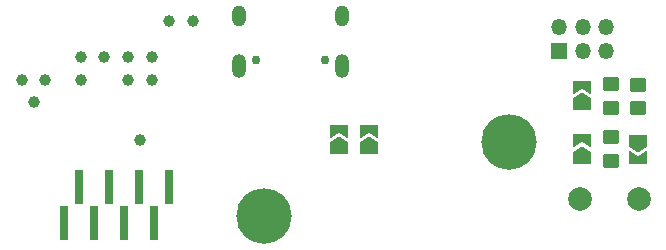
<source format=gbs>
G04 #@! TF.GenerationSoftware,KiCad,Pcbnew,8.0.8-8.0.8-0~ubuntu22.04.1*
G04 #@! TF.CreationDate,2025-02-19T20:45:30+01:00*
G04 #@! TF.ProjectId,kicad_makespace_tutorial,6b696361-645f-46d6-916b-657370616365,v1*
G04 #@! TF.SameCoordinates,Original*
G04 #@! TF.FileFunction,Soldermask,Bot*
G04 #@! TF.FilePolarity,Negative*
%FSLAX46Y46*%
G04 Gerber Fmt 4.6, Leading zero omitted, Abs format (unit mm)*
G04 Created by KiCad (PCBNEW 8.0.8-8.0.8-0~ubuntu22.04.1) date 2025-02-19 20:45:30*
%MOMM*%
%LPD*%
G01*
G04 APERTURE LIST*
G04 Aperture macros list*
%AMRoundRect*
0 Rectangle with rounded corners*
0 $1 Rounding radius*
0 $2 $3 $4 $5 $6 $7 $8 $9 X,Y pos of 4 corners*
0 Add a 4 corners polygon primitive as box body*
4,1,4,$2,$3,$4,$5,$6,$7,$8,$9,$2,$3,0*
0 Add four circle primitives for the rounded corners*
1,1,$1+$1,$2,$3*
1,1,$1+$1,$4,$5*
1,1,$1+$1,$6,$7*
1,1,$1+$1,$8,$9*
0 Add four rect primitives between the rounded corners*
20,1,$1+$1,$2,$3,$4,$5,0*
20,1,$1+$1,$4,$5,$6,$7,0*
20,1,$1+$1,$6,$7,$8,$9,0*
20,1,$1+$1,$8,$9,$2,$3,0*%
%AMFreePoly0*
4,1,6,1.000000,0.000000,0.500000,-0.750000,-0.500000,-0.750000,-0.500000,0.750000,0.500000,0.750000,1.000000,0.000000,1.000000,0.000000,$1*%
%AMFreePoly1*
4,1,6,0.500000,-0.750000,-0.650000,-0.750000,-0.150000,0.000000,-0.650000,0.750000,0.500000,0.750000,0.500000,-0.750000,0.500000,-0.750000,$1*%
G04 Aperture macros list end*
%ADD10C,2.000000*%
%ADD11C,4.700000*%
%ADD12C,0.750000*%
%ADD13O,1.200000X2.000000*%
%ADD14O,1.200000X1.800000*%
%ADD15R,1.350000X1.350000*%
%ADD16O,1.350000X1.350000*%
%ADD17C,1.000000*%
%ADD18RoundRect,0.250000X-0.450000X0.350000X-0.450000X-0.350000X0.450000X-0.350000X0.450000X0.350000X0*%
%ADD19FreePoly0,90.000000*%
%ADD20FreePoly1,90.000000*%
%ADD21R,0.650000X3.000000*%
%ADD22FreePoly0,270.000000*%
%ADD23FreePoly1,270.000000*%
G04 APERTURE END LIST*
D10*
G04 #@! TO.C,J1*
X56750000Y-17000000D03*
X61750000Y-17000000D03*
G04 #@! TD*
D11*
G04 #@! TO.C,H1*
X50750000Y-12250000D03*
G04 #@! TD*
D12*
G04 #@! TO.C,USBC1*
X35150000Y-5262500D03*
X29350000Y-5262500D03*
D13*
X36580000Y-5762500D03*
X27920000Y-5762500D03*
D14*
X27920000Y-1582500D03*
X36580000Y-1582500D03*
G04 #@! TD*
D11*
G04 #@! TO.C,H3*
X30000000Y-18500000D03*
G04 #@! TD*
D15*
G04 #@! TO.C,J3*
X55000000Y-4500000D03*
D16*
X55000000Y-2500000D03*
X57000000Y-4500000D03*
X57000000Y-2500000D03*
X59000000Y-4500000D03*
X59000000Y-2500000D03*
G04 #@! TD*
D17*
G04 #@! TO.C,TP19*
X22000000Y-2000000D03*
G04 #@! TD*
G04 #@! TO.C,TP2*
X14500000Y-5000000D03*
G04 #@! TD*
D18*
G04 #@! TO.C,R5*
X59350000Y-7300000D03*
X59350000Y-9300000D03*
G04 #@! TD*
D19*
G04 #@! TO.C,JP5*
X36350000Y-12725000D03*
D20*
X36350000Y-11275000D03*
G04 #@! TD*
D17*
G04 #@! TO.C,TP5*
X18500000Y-5000000D03*
G04 #@! TD*
G04 #@! TO.C,TP17*
X10500000Y-8800000D03*
G04 #@! TD*
D19*
G04 #@! TO.C,JP3*
X56900000Y-9025000D03*
D20*
X56900000Y-7575000D03*
G04 #@! TD*
D21*
G04 #@! TO.C,J2*
X21995000Y-16050000D03*
X20725000Y-19050000D03*
X19455000Y-16050000D03*
X18185000Y-19050000D03*
X16915000Y-16050000D03*
X15645000Y-19050000D03*
X14375000Y-16050000D03*
X13105000Y-19050000D03*
G04 #@! TD*
D17*
G04 #@! TO.C,TP16*
X9500000Y-7000000D03*
G04 #@! TD*
G04 #@! TO.C,TP1*
X19500000Y-12000000D03*
G04 #@! TD*
G04 #@! TO.C,TP18*
X24000000Y-2000000D03*
G04 #@! TD*
D19*
G04 #@! TO.C,JP4*
X38900000Y-12725000D03*
D20*
X38900000Y-11275000D03*
G04 #@! TD*
D18*
G04 #@! TO.C,R4*
X61700000Y-7350000D03*
X61700000Y-9350000D03*
G04 #@! TD*
D17*
G04 #@! TO.C,TP12*
X20500000Y-5000000D03*
G04 #@! TD*
D19*
G04 #@! TO.C,JP2*
X56900000Y-13525000D03*
D20*
X56900000Y-12075000D03*
G04 #@! TD*
D17*
G04 #@! TO.C,TP6*
X18500000Y-7000000D03*
G04 #@! TD*
G04 #@! TO.C,TP15*
X11500000Y-7000000D03*
G04 #@! TD*
G04 #@! TO.C,TP4*
X20500000Y-7000000D03*
G04 #@! TD*
D22*
G04 #@! TO.C,JP1*
X61700000Y-12125000D03*
D23*
X61700000Y-13575000D03*
G04 #@! TD*
D17*
G04 #@! TO.C,TP3*
X16500000Y-5000000D03*
G04 #@! TD*
D18*
G04 #@! TO.C,R6*
X59350000Y-11800000D03*
X59350000Y-13800000D03*
G04 #@! TD*
D17*
G04 #@! TO.C,TP13*
X14500000Y-7000000D03*
G04 #@! TD*
M02*

</source>
